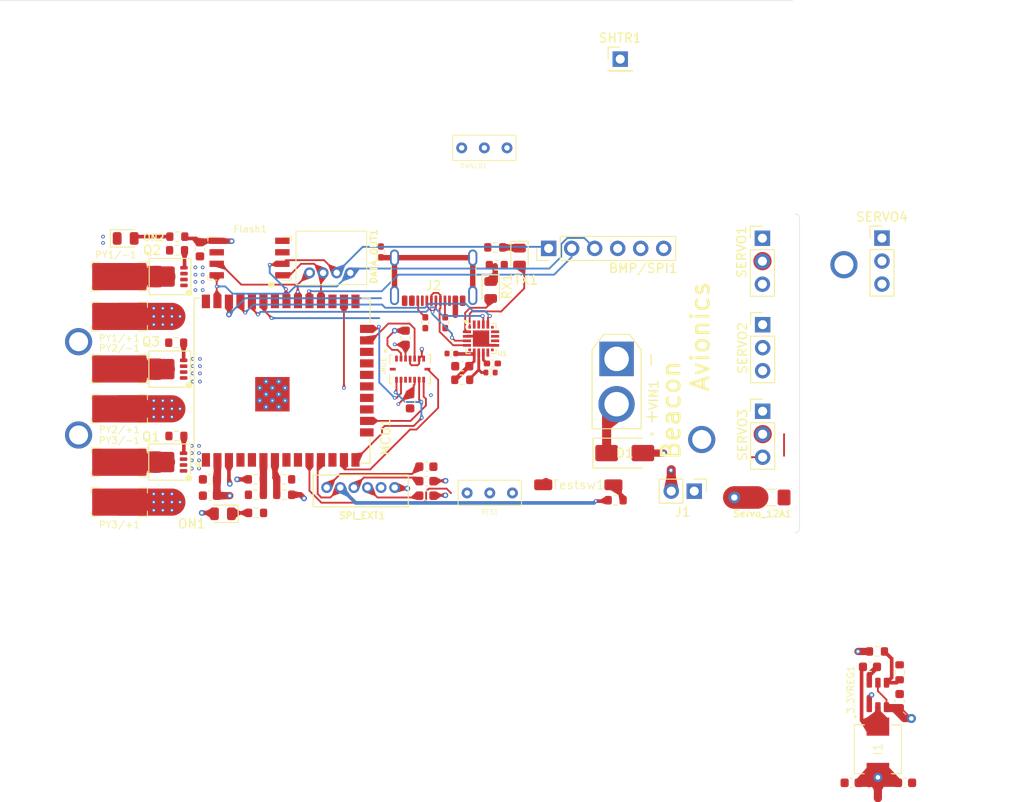
<source format=kicad_pcb>
(kicad_pcb (version 20240108) (generator "pcbnew") (generator_version "8.0")
  (layers (0 "F.Cu" signal) (1 "In1.Cu" signal) (2 "In2.Cu" signal) (31 "B.Cu" power) (34 "B.Paste" user) (35 "F.Paste" user) (36 "B.SilkS" user "B.Silkscreen") (37 "F.SilkS" user "F.Silkscreen") (38 "B.Mask" user) (39 "F.Mask" user) (44 "Edge.Cuts" user))
  (net 0 "")
  (net 1 "7.4V_unfused")
  (net 2 "Net-(3.3VREG1-CB)")
  (net 3 "Net-(3.3VREG1-FB)")
  (net 4 "GND")
  (net 5 "Net-(3.3VREG1-SW)")
  (net 6 "CLK_SPI0")
  (net 7 "CS_SPI0")
  (net 8 "MISO_SPI0")
  (net 9 "3.3V")
  (net 10 "MOSI_SPI0")
  (net 11 "CS_FLASH")
  (net 12 "IO0")
  (net 14 "Mosfet2Gate")
  (net 15 "Mosfet3Gate")
  (net 16 "Mosfet1Gate")
  (net 19 "CS_ACCEL_IMU")
  (net 20 "MISO_IMU")
  (net 23 "CS_GYRO_IMU")
  (net 25 "MOSI_IMU")
  (net 27 "CLK_IMU")
  (net 28 "3.3V PIN")
  (net 29 "7.4V PIN")
  (net 32 "EN")
  (net 33 "RXtoUTX")
  (net 36 "CS_Magnetometer")
  (net 39 "TXtoURX")
  (net 44 "D+")
  (net 45 "Net-(ON1-K)")
  (net 46 "Net-(ON2-A)")
  (net 47 "TX")
  (net 48 "RX")
  (net 50 "7.4V_fused 12A")
  (net 51 "Servo1")
  (net 52 "CS_SPIEXT")
  (net 53 "Net-(RX1-K)")
  (net 54 "Net-(TX1-K)")
  (net 55 "Servo2")
  (net 56 "CLK_SPIEXT")
  (net 57 "MISO_SPIEXT")
  (net 58 "MOSI_SPIEXT")
  (net 59 "Servo3")
  (net 60 "USB5V")
  (net 61 "Net-(J2-CC2)")
  (net 62 "Net-(J2-CC1)")
  (net 63 "D-")
  (net 66 "Net-(J2-SHIELD)")
  (net 67 "Net-(PY1/-1-Pad1)")
  (net 68 "Net-(PY2/-1-Pad1)")
  (net 69 "Net-(PY3/-1-Pad1)")
  (net 70 "shutter")
  (net 71 "Net-(R12-Pad2)")
  (net 72 "Net-(U1-VBUS)")
  (net 73 "Net-(U1-~{RST})")
  (footprint "Buck_converters:YSPI0520-5R6M" (layer "F.Cu") (at 216.85 133.4 -90)
    (property "Reference" "I1")
    (property "Value" "5.6uH" (hide yes))
  )
  (footprint "Buck_converters:Pyro_pad" (layer "F.Cu") (at 133.1 95.81 -90)
    (property "Reference" "PY2/+1")
    (property "Value" "~")
  )
  (footprint "Resistor_SMD:R_0402_1005Metric_Pad0.72x0.64mm_HandSolder" (layer "F.Cu") (at 174.28491 90.805 180)
    (property "Reference" "R20" (hide yes))
    (property "Value" "1k" (hide yes))
  )
  (footprint "Resistor_SMD:R_0603_1608Metric" (layer "F.Cu") (at 151.3 105.3 180)
    (property "Reference" "R3" (hide yes))
    (property "Value" "3000" (hide yes))
  )
  (footprint "Capacitor_SMD:C_0603_1608Metric" (layer "F.Cu") (at 215.975 124.299 180)
    (property "Reference" "C4" (hide yes))
    (property "Value" "100nF" (hide yes))
  )
  (footprint "Buck_converters:SS12D00G3" (layer "F.Cu") (at 174 105.1)
    (property "Reference" "RES1")
    (property "Value" "~" (hide yes))
  )
  (footprint "LED_SMD:LED_0805_2012Metric" (layer "F.Cu") (at 177.28241 79.005 -90)
    (property "Reference" "TX1")
    (property "Value" "LED" (hide yes))
  )
  (footprint "Buck_converters:BMI088" (layer "F.Cu") (at 165.2 91.435)
    (property "Reference" "IMU1")
    (property "Value" "~")
  )
  (footprint "Capacitor_SMD:C_0603_1608Metric" (layer "F.Cu") (at 167 102.2 180)
    (property "Reference" "CLK1" (hide yes))
    (property "Value" "SolderJumper_2_Open" (hide yes))
  )
  (footprint "Connector_PinHeader_2.54mm:PinHeader_1x03_P2.54mm_Vertical" (layer "F.Cu") (at 204.125 86.52)
    (property "Reference" "SERVO2")
    (property "Value" "Conn_01x03" (hide yes))
  )
  (footprint "Resistor_SMD:R_0402_1005Metric_Pad0.72x0.64mm_HandSolder" (layer "F.Cu") (at 166.88241 86.305 -90)
    (property "Reference" "R10" (hide yes))
    (property "Value" "5.11k" (hide yes))
  )
  (footprint "Connector_PinHeader_2.54mm:PinHeader_1x03_P2.54mm_Vertical" (layer "F.Cu") (at 204.1 76.975)
    (property "Reference" "SERVO1")
    (property "Value" "Conn_01x03" (hide yes))
  )
  (footprint "Resistor_SMD:R_0402_1005Metric_Pad0.72x0.64mm_HandSolder" (layer "F.Cu") (at 161.98241 78.4875 -90)
    (property "Reference" "R13" (hide yes))
    (property "Value" "1M" (hide yes))
  )
  (footprint "Capacitor_SMD:C_0402_1005Metric" (layer "F.Cu") (at 169.76241 89.705)
    (property "Reference" "C10" (hide yes))
    (property "Value" "4.7uF" (hide yes))
  )
  (footprint "Resistor_SMD:R_0603_1608Metric" (layer "F.Cu") (at 148.2 107.3)
    (property "Reference" "R17" (hide yes))
    (property "Value" "400" (hide yes))
  )
  (footprint "Capacitor_SMD:C_0603_1608Metric" (layer "F.Cu") (at 219.25 128.075 90)
    (property "Reference" "C1" (hide yes))
    (property "Value" "2.2uF" (hide yes))
  )
  (footprint "Buck_converters:LMR41430XDDCR" (layer "F.Cu") (at 216.85 127.4 90)
    (property "Reference" "3.3VREG1")
    (property "Value" "LMR51430XDDCR" (hide yes))
  )
  (footprint "Connector_PinHeader_2.54mm:PinHeader_1x03_P2.54mm_Vertical" (layer "F.Cu") (at 217.3 76.96)
    (property "Reference" "SERVO4")
    (property "Value" "Conn_01x03")
  )
  (footprint "Resistor_SMD:R_0603_1608Metric" (layer "F.Cu") (at 219.25 124.9 90)
    (property "Reference" "R1" (hide yes))
    (property "Value" "22.1kΩ" (hide yes))
  )
  (footprint "RF_Module:ESP32-WROOM-32UE" (layer "F.Cu") (at 151.07 92.7 90)
    (property "Reference" "MCU1")
    (property "Value" "ESP32-WROOM-32UE-R2" (hide yes))
  )
  (footprint "PCM_Package_TO_SOT_SMD_AKL:LFPAK33" (layer "F.Cu") (at 138.665 91.43 180)
    (property "Reference" "Q3")
    (property "Value" "PSMN075-100MSE" (hide yes))
  )
  (footprint "Capacitor_SMD:C_0603_1608Metric" (layer "F.Cu") (at 142 78.2 90)
    (property "Reference" "C2" (hide yes))
    (property "Value" "100nF" (hide yes))
  )
  (footprint "Capacitor_SMD:C_0603_1608Metric" (layer "F.Cu") (at 164.698821 87.958821 -90)
    (property "Reference" "C3" (hide yes))
    (property "Value" "100nF" (hide yes))
  )
  (footprint "Resistor_SMD:R_0603_1608Metric" (layer "F.Cu") (at 170.95741 92.605)
    (property "Reference" "R19" (hide yes))
    (property "Value" "22.1kΩ" (hide yes))
  )
  (footprint "Resistor_SMD:R_0603_1608Metric" (layer "F.Cu") (at 139.4 98.81)
    (property "Reference" "R7" (hide yes))
    (property "Value" "5K" (hide yes))
  )
  (footprint "LED_SMD:LED_0805_2012Metric" (layer "F.Cu") (at 144.5375 107.4 180)
    (property "Reference" "ON1")
    (property "Value" "LED" (hide yes))
  )
  (footprint "PCM_Package_TO_SOT_SMD_AKL:LFPAK33" (layer "F.Cu") (at 138.65 101.69 180)
    (property "Reference" "Q1")
    (property "Value" "PSMN075-100MSE" (hide yes))
  )
  (footprint "Connector_PinHeader_2.54mm:PinHeader_1x01_P2.54mm_Vertical" (layer "F.Cu") (at 188.4 57.2)
    (property "Reference" "SHTR1")
    (property "Value" "Conn_01x01")
  )
  (footprint "Resistor_SMD:R_0402_1005Metric_Pad0.72x0.64mm_HandSolder" (layer "F.Cu") (at 169.08 86.305 -90)
    (property "Reference" "R11" (hide yes))
    (property "Value" "5.11k" (hide yes))
  )
  (footprint "LED_SMD:LED_0805_2012Metric" (layer "F.Cu") (at 133.8 77)
    (property "Reference" "ON2")
    (property "Value" "LED")
  )
  (footprint "Buck_converters:MX25L25645G" (layer "F.Cu") (at 147.475 79.8 180)
    (property "Reference" "Flash1")
    (property "Value" "~")
  )
  (footprint "Resistor_SMD:R_0603_1608Metric" (layer "F.Cu") (at 148.175 105.3 180)
    (property "Reference" "R6" (hide yes))
    (property "Value" "10k")
  )
  (footprint "Capacitor_SMD:C_0603_1608Metric" (layer "F.Cu") (at 165.198821 94.983821 90)
    (property "Reference" "C7" (hide yes))
    (property "Value" "100nF" (hide yes))
  )
  (footprint "Buck_converters:Pyro_pad" (layer "F.Cu") (at 133.1 106.11 -90)
    (property "Reference" "PY3/+1")
    (property "Value" "~")
  )
  (footprint "Capacitor_SMD:C_0603_1608Metric" (layer "F.Cu") (at 143.1 103.6)
    (property "Reference" "C9" (hide yes))
    (property "Value" "22uF" (hide yes))
  )
  (footprint "Connector_AMASS:AMASS_XT30U-F_1x02_P5.0mm_Vertical" (layer "F.Cu") (at 188 90.3 -90)
    (property "Reference" "VIN1")
    (property "Value" "XT30U-M" (hide yes))
  )
  (footprint "Package_DFN_QFN:SiliconLabs_QFN-20-1EP_3x3mm_P0.5mm_EP1.8x1.8mm" (layer "F.Cu") (at 173.03241 88.055)
    (property "Reference" "U1")
    (property "Value" "CP2102N-Axx-xQFN20" (hide yes))
  )
  (footprint "Resistor_SMD:R_0603_1608Metric" (layer "F.Cu") (at 187.9 105.9)
    (property "Reference" "R12" (hide yes))
    (property "Value" "10k" (hide yes))
  )
  (footprint "Connector_PinHeader_2.54mm:PinHeader_1x02_P2.54mm_Vertical" (layer "F.Cu") (at 196.575 104.9 -90)
    (property "Reference" "J1")
    (property "Value" "Conn_01x02" (hide yes))
  )
  (footprint "Capacitor_SMD:C_0603_1608Metric" (layer "F.Cu") (at 167 105.4 180)
    (property "Reference" "MOSI1" (hide yes))
    (property "Value" "SolderJumper_2_Open" (hide yes))
  )
  (footprint "Capacitor_SMD:C_0603_1608Metric" (layer "F.Cu") (at 213.95 137.1)
    (property "Reference" "C6" (hide yes))
    (property "Value" "22uF" (hide yes))
  )
  (footprint "Buck_converters:B4B-ZR-S" (layer "F.Cu") (at 149.6 79.5)
    (property "Reference" "DATA_OUT1")
    (property "Value" "Conn_01x04" (hide yes))
  )
  (footprint "Resistor_SMD:R_0603_1608Metric" (layer "F.Cu") (at 139.375 88.51)
    (property "Reference" "R9" (hide yes))
    (property "Value" "5K" (hide yes))
  )
  (footprint "Buck_converters:TSB008" (layer "F.Cu") (at 183.775 104.2 180)
    (property "Reference" "Testsw1")
    (property "Value" "TSB008A2526A" (hide yes))
  )
  (footprint "LED_SMD:LED_0805_2012Metric" (layer "F.Cu") (at 174.1 82.69 -90)
    (property "Reference" "RX1")
    (property "Value" "LED" (hide yes))
  )
  (footprint "Resistor_SMD:R_0603_1608Metric" (layer "F.Cu") (at 139.5 76.8 180)
    (property "Reference" "R14" (hide yes))
    (property "Value" "600" (hide yes))
  )
  (footprint "Connector_PinHeader_2.54mm:PinHeader_1x06_P2.54mm_Vertical" (layer "F.Cu") (at 180.5 78.1 90)
    (property "Reference" "BMP/SPI1")
    (property "Value" "BMP/SPI" (hide yes))
  )
  (footprint "Buck_converters:Pyro_pad" (layer "F.Cu") (at 133.1 81.21 -90)
    (property "Reference" "PY1/-1")
    (property "Value" "~")
  )
  (footprint "Resistor_SMD:R_0603_1608Metric" (layer "F.Cu") (at 174.775 79.9525)
    (property "Reference" "R16" (hide yes))
    (property "Value" "400" (hide yes))
  )
  (footprint "Buck_converters:Pyro_pad" (layer "F.Cu") (at 133.1 101.71 -90)
    (property "Reference" "PY3/-1")
    (property "Value" "~")
  )
  (footprint "Capacitor_SMD:C_0603_1608Metric" (layer "F.Cu") (at 219.85 137.1 180)
    (property "Reference" "C5" (hide yes))
    (property "Value" "22uF" (hide yes))
  )
  (footprint "PCM_Package_TO_SOT_SMD_AKL:LFPAK33" (layer "F.Cu") (at 138.7 81.21 180)
    (property "Reference" "Q2")
    (property "Value" "PSMN075-100MSE" (hide yes))
  )
  (footprint "Resistor_SMD:R_0603_1608Metric" (layer "F.Cu") (at 139.475 78.31)
    (property "Reference" "R8" (hide yes))
    (property "Value" "5K" (hide yes))
  )
  (footprint "Connector_PinHeader_2.54mm:PinHeader_1x03_P2.54mm_Vertical" (layer "F.Cu") (at 204.125 96.075)
    (property "Reference" "SERVO3")
    (property "Value" "Conn_01x03" (hide yes))
  )
  (footprint "Buck_converters:SS12D00G3" (layer "F.Cu") (at 173.4 67)
    (property "Reference" "DWNLD1")
    (property "Value" "~" (hide yes))
  )
  (footprint "Diode_SMD:D_SMA" (layer "F.Cu") (at 188.9 100.7)
    (property "Reference" "D1")
    (property "Value" "SS38" (hide yes))
  )
  (footprint "Resistor_SMD:R_0603_1608Metric" (layer "F.Cu") (at 148.175 103.6)
    (property "Reference" "R4" (hide yes))
    (property "Value" "15k" (hide yes))
  )
  (footprint "Resistor_SMD:R_0603_1608Metric" (layer "F.Cu") (at 174.6 77.99 180)
    (property "Reference" "R15" (hide yes))
    (property "Value" "400" (hide yes))
  )
  (footprint "Buck_converters:Pyro_pad" (layer "F.Cu") (at 133.1 91.41 90)
    (property "Reference" "PY2/-1")
    (property "Value" "~")
  )
  (footprint "Resistor_SMD:R_0603_1608Metric" (layer "F.Cu") (at 151.3 103.6)
    (property "Reference" "R5" (hide yes))
    (property "Value" "10k" (hide yes))
  )
  (footprint "Resistor_SMD:R_0402_1005Metric" (layer "F.Cu") (at 174.08241 91.805)
    (property "Reference" "R18" (hide yes))
    (property "Value" "47.5k" (hide yes))
  )
  (footprint "Resistor_SMD:R_0603_1608Metric" (layer "F.Cu") (at 216.75 122.6)
    (property "Reference" "R2" (hide yes))
    (property "Value" "100kΩ" (hide yes))
  )
  (footprint "Capacitor_SMD:C_0603_1608Metric" (layer "F.Cu") (at 167 103.8 180)
    (property "Reference" "MISO1" (hide yes))
    (property "Value" "SolderJumper_2_Open" (hide yes))
  )
  (footprint "Fuse:Fuse_1206_3216Metric_Pad1.42x1.75mm_HandSolder" (layer "F.Cu") (at 205 105.6)
    (property "Reference" "Servo_12A1")
    (property "Value" "Fuse")
  )
  (footprint "Connector_USB:USB_C_Receptacle_GCT_USB4105-xx-A_16P_TopMnt_Horizontal" (layer "F.Cu") (at 167.8 80.2 180)
    (property "Reference" "J2")
    (property "Value" "USB_C_Receptacle_USB2.0_16P" (hide yes))
  )
  (footprint "Buck_converters:Pyro_pad" (layer "F.Cu") (at 133.1 85.61 -90)
    (property "Reference" "PY1/+1")
    (property "Value" "~")
  )
  (footprint "Buck_converters:B6B-ZR-T" (layer "F.Cu") (at 154.5 105.33)
    (property "Reference" "SPI_EXT1")
    (property "Value" "Conn_01x06" (hide yes))
  )
  (footprint "Capacitor_SMD:C_0603_1608Metric" (layer "F.Cu") (at 170.95741 91.105)
    (property "Reference" "C11" (hide yes))
    (property "Value" "100nF" (hide yes))
  )
  (footprint "Capacitor_SMD:C_0603_1608Metric" (layer "F.Cu") (at 143.1 105.4 180)
    (property "Reference" "C8" (hide yes))
    (property "Value" "0.2uF" (hide yes))
  )
  (gr_circle (center 191.9 98.6) (end 192 98.5) (stroke (width 0.1)) (fill none) (layer "F.SilkS"))
  (gr_circle (center 214.35 129.8) (end 214.45 129.8) (stroke (width 0.1)) (fill none) (layer "F.SilkS"))
  (gr_line (start 207.45 50.7) (end 119.95 50.7) (stroke (width 0.05)) (layer "Edge.Cuts"))
  (gr_arc (start 207.7 74.3) (mid 208.053553 74.446447) (end 208.2 74.8) (stroke (width 0.05)) (layer "Edge.Cuts"))
  (gr_arc (start 208.2 109) (mid 208.053553 109.353553) (end 207.7 109.5) (stroke (width 0.05)) (layer "Edge.Cuts"))
  (gr_line (start 208.2 109) (end 208.2 74.8) (stroke (width 0.05)) (layer "Edge.Cuts"))
  (gr_text "Beacon\n	Avionics" (at 198.4 101.6 90) (layer "F.SilkS") (effects (font (size 2 2) (thickness 0.3)) (justify left bottom)))
  (segment (start 133.1 85.61) (end 138.9 85.61) (width 3) (layer "F.Cu") (net 1))
  (segment (start 133.1 106.11) (end 138.9 106.11) (width 3) (layer "F.Cu") (net 1))
  (segment (start 218.65 128.9) (end 219.75 130) (width 0.8) (layer "F.Cu") (net 1))
  (segment (start 219.75 130) (end 220.55 130) (width 0.8) (layer "F.Cu") (net 1))
  (segment (start 201 105.6) (end 203.5125 105.6) (width 2.5) (layer "F.Cu") (net 1))
  (segment (start 219.4 128.85) (end 220.55 130) (width 0.2) (layer "F.Cu") (net 1))
  (segment (start 216.85 126.05) (end 216.85 126.971353) (width 0.2) (layer "F.Cu") (net 1))
  (segment (start 219.25 128.9) (end 218.65 128.9) (width 0.8) (layer "F.Cu") (net 1))
  (segment (start 217.8 127.921353) (end 217.8 128.75) (width 0.2) (layer "F.Cu") (net 1))
  (segment (start 147.35 103.6) (end 146.1 103.6) (width 0.4) (layer "F.Cu") (net 1))
  (segment (start 219.25 128.85) (end 219.2 128.85) (width 0.2) (layer "F.Cu") (net 1))
  (segment (start 186.9 100.7) (end 186.9 96.4) (width 1) (layer "F.Cu") (net 1))
  (segment (start 216.85 126.971353) (end 217.8 127.921353) (width 0.2) (layer "F.Cu") (net 1))
  (segment (start 186.9 96.4) (end 188 95.3) (width 0.2) (layer "F.Cu") (net 1))
  (segment (start 133.1 95.81) (end 138.9 95.81) (width 3) (layer "F.Cu") (net 1))
  (segment (start 218.85 128.5) (end 217.95 128.5) (width 0.2) (layer "F.Cu") (net 1))
  (segment (start 219.25 128.85) (end 219.4 128.85) (width 0.2) (layer "F.Cu") (net 1))
  (segment (start 217.95 128.9) (end 217.8 128.75) (width 0.2) (layer "F.Cu") (net 1))
  (segment (start 218.65 128.9) (end 217.95 128.9) (width 0.8) (layer "F.Cu") (net 1))
  (segment (start 219.2 128.85) (end 218.85 128.5) (width 0.2) (layer "F.Cu") (net 1))
  (via (at 138.9 96.71) (size 0.4) (drill 0.2) (layers "F.Cu" "B.Cu") (net 1))
  (via (at 137.9 106.11) (size 0.4) (drill 0.2) (layers "F.Cu" "B.Cu") (net 1))
  (via (at 136.9 105.21) (size 0.4) (drill 0.2) (layers "F.Cu" "B.Cu") (net 1))
  (via (at 220.55 130) (size 1) (drill 0.5) (layers "F.Cu" "B.Cu") (net 1))
  (via (at 136.9 107.01) (size 0.4) (drill 0.2) (layers "F.Cu" "B.Cu") (net 1))
  (via (at 136.9 95.81) (size 0.4) (drill 0.2) (layers "F.Cu" "B.Cu") (net 1))
  (via (at 136.9 106.11) (size 0.4) (drill 0.2) (layers "F.Cu" "B.Cu") (net 1))
  (via (at 139.8 85.61) (size 0.4) (drill 0.2) (layers "F.Cu" "B.Cu") (net 1))
  (via (at 138.9 106.11) (size 0.4) (drill 0.2) (layers "F.Cu" "B.Cu") (net 1))
  (via (at 138.9 95.81) (size 0.4) (drill 0.2) (layers "F.Cu" "B.Cu") (net 1))
  (via (at 138.9 84.71) (size 0.4) (drill 0.2) (layers "F.Cu" "B.Cu") (net 1))
  (via (at 137.9 105.21) (size 0.4) (drill 0.2) (layers "F.Cu" "B.Cu") (net 1))
  (via (at 136.9 84.71) (size 0.4) (drill 0.2) (layers "F.Cu" "B.Cu") (net 1))
  (via (at 137.9 94.91) (size 0.4) (drill 0.2) (layers "F.Cu" "B.Cu") (net 1))
  (via (at 137.9 84.71) (size 0.4) (drill 0.2) (layers "F.Cu" "B.Cu") (net 1))
  (via (at 139.8 106.11) (size 0.4) (drill 0.2) (layers "F.Cu" "B.Cu") (net 1))
  (via (at 136.9 86.51) (size 0.4) (drill 0.2) (layers "F.Cu" "B.Cu") (net 1))
  (via (at 139.8 95.81) (size 0.4) (drill 0.2) (layers "F.Cu" "B.Cu") (net 1))
  (via (at 136.9 85.61) (size 0.4) (drill 0.2) (layers "F.Cu" "B.Cu") (net 1))
  (via (at 138.9 107.01) (size 0.4) (drill 0.2) (layers "F.Cu" "B.Cu") (net 1))
  (via (at 201 105.6) (size 1.3) (drill 0.7) (layers "F.Cu" "B.Cu") (net 1))
  (via (at 136.9 94.91) (size 0.4) (drill 0.2) (layers "F.Cu" "B.Cu") (net 1))
  (via (at 146.1 103.6) (size 0.62) (drill 0.32) (layers "F.Cu" "B.Cu") (net 1))
  (via (at 138.9 86.51) (size 0.4) (drill 0.2) (layers "F.Cu" "B.Cu") (net 1))
  (via (at 138.9 94.91) (size 0.4) (drill 0.2) (layers "F.Cu" "B.Cu") (net 1))
  (via (at 138.9 105.21) (size 0.4) (drill 0.2) (layers "F.Cu" "B.Cu") (net 1))
  (via (at 136.9 96.71) (size 0.4) (drill 0.2) (layers "F.Cu" "B.Cu") (net 1))
  (via (at 137.9 86.51) (size 0.4) (drill 0.2) (layers "F.Cu" "B.Cu") (net 1))
  (via (at 137.9 95.81) (size 0.4) (drill 0.2) (layers "F.Cu" "B.Cu") (net 1))
  (via (at 138.9 85.61) (size 0.4) (drill 0.2) (layers "F.Cu" "B.Cu") (net 1))
  (via (at 137.9 85.61) (size 0.4) (drill 0.2) (layers "F.Cu" "B.Cu") (net 1))
  (via (at 137.9 96.71) (size 0.4) (drill 0.2) (layers "F.Cu" "B.Cu") (net 1))
  (via (at 137.9 107.01) (size 0.4) (drill 0.2) (layers "F.Cu" "B.Cu") (net 1))
  (segment (start 215.9 125.149) (end 215.9 126.05) (width 0.6) (layer "F.Cu") (net 2))
  (segment (start 216.75 124.299) (end 215.9 125.149) (width 0.6) (layer "F.Cu") (net 2))
  (segment (start 218.375 125.475) (end 218.375 123.4) (width 0.4) (layer "F.Cu") (net 3))
  (segment (start 218.925 126.05) (end 219.25 125.725) (width 0.4) (layer "F.Cu") (net 3))
  (segment (start 218.375 123.4) (end 217.575 122.6) (width 0.4) (layer "F.Cu") (net 3))
  (segment (start 217.8 126.05) (end 218.925 126.05) (width 0.4) (layer "F.Cu") (net 3))
  (segment (start 217.8 126.05) (end 218.375 125.475) (width 0.4) (layer "F.Cu") (net 3))
  (segment (start 166.7 90.17) (end 166.5 89.97) (width 0.2) (layer "F.Cu") (net 4))
  (segment (start 162.7 87.983821) (end 163.5 87.183821) (width 0.2) (layer "F.Cu") (net 4))
  (segment (start 165.365 91) (end 166.032642 91) (width 0.2) (layer "F.Cu") (net 4))
  (segment (start 165.198821 90.833821) (end 165.365 91) (width 0.2) (layer "F.Cu") (net 4))
  (segment (start 164.698821 87.183821) (end 163.5 87.183821) (width 0.4) (layer "F.Cu") (net 4))
  (segment (start 166.032642 91) (end 166.2 90.832642) (width 0.2) (layer "F.Cu") (net 4))
  (segment (start 162.7 88.8) (end 162.7 87.983821) (width 0.2) (layer "F.Cu") (net 4))
  (segment (start 215.9 128.75) (end 215.9 127.65) (width 0.6) (layer "F.Cu") (net 4))
  (segment (start 164.198821 90.258821) (end 164.198821 89.683821) (width 0.2) (layer "F.Cu") (net 4))
  (segment (start 163.6 104.6) (end 163.5 104.5) (width 0.2) (layer "F.Cu") (net 4))
  (segment (start 165.198821 90.258821) (end 165.198821 90.833821) (width 0.2) (layer "F.Cu") (net 4))
  (segment (start 164.198821 89.683821) (end 163.815 89.3) (width 0.2) (layer "F.Cu") (net 4))
  (segment (start 166.2 90.832642) (end 166.2 90.27) (width 0.2) (layer "F.Cu") (net 4))
  (segment (start 194.035 104.9) (end 194.035 102.535) (width 1) (layer "F.Cu") (net 4))
  (segment (start 174.6 88.79) (end 173.8 88.79) (width 0.3) (layer "F.Cu") (net 4))
  (segment (start 163.2 89.3) (end 162.7 88.8) (width 0.2) (layer "F.Cu") (net 4))
  (segment (start 166.5 89.97) (end 166.2 90.27) (width 0.2) (layer "F.Cu") (net 4))
  (segment (start 164.9 104.6) (end 163.6 104.6) (width 0.4) (layer "F.Cu") (net 4))
  (segment (start 171.5 87.79) (end 172.8 87.79) (width 0.3) (layer "F.Cu") (net 4))
  (segment (start 215.9 127.65) (end 216.15 127.4) (width 0.2) (layer "F.Cu") (net 4))
  (segment (start 163.815 89.3) (end 163.2 89.3) (width 0.2) (layer "F.Cu") (net 4))
  (segment (start 166.5 89.2) (end 166.5 89.97) (width 0.2) (layer "F.Cu") (net 4))
  (segment (start 166.7 90.27) (end 166.7 90.17) (width 0.2) (layer "F.Cu") (net 4))
  (via (at 141.9 99.9) (size 0.4) (drill 0.2) (layers "F.Cu" "B.Cu") (net 4))
  (via (at 141.5 82.7) (size 0.4) (drill 0.2) (layers "F.Cu" "B.Cu") (net 4))
  (via (at 163.5 87.183821) (size 0.62) (drill 0.32) (layers "F.Cu" "B.Cu") (net 4))
  (via (at 167.5 94.3) (size 0.4) (drill 0.2) (layers "F.Cu" "B.Cu") (net 4))
  (via (at 142.3 81.8) (size 0.4) (drill 0.2) (layers "F.Cu" "B.Cu") (net 4))
  (via (at 131.3 77.5) (size 0.4) (drill 0.2) (layers "F.Cu" "B.Cu") (net 4))
  (via (at 141.1 101.5) (size 0.4) (drill 0.2) (layers "F.Cu" "B.Cu") (net 4))
  (via (at 128.6 88.4) (size 3) (drill 2.1) (layers "F.Cu" "B.Cu") (net 4))
  (via (at 194 102.6) (size 0.62) (drill 0.32) (layers "F.Cu" "B.Cu") (net 4))
  (via (at 141.5 81) (size 0.4) (drill 0.2) (layers "F.Cu" "B.Cu") (net 4))
  (via (at 142 92.8) (size 0.4) (drill 0.2) (layers "F.Cu" "B.Cu") (net 4))
  (via (at 197.4 99.2) (size 3) (drill 2.1) (layers "F.Cu" "B.Cu") (net 4))
  (via (at 142.3 81) (size 0.4) (drill 0.2) (layers "F.Cu" "B.Cu") (net 4))
  (via (at 141.1 102.4) (size 0.4) (drill 0.2) (layers "F.Cu" "B.Cu") (net 4))
  (via (at 166.5 89.2) (size 0.45) (drill 0.25) (layers "F.Cu" "B.Cu") (net 4))
  (via (at 141.1 100.7) (size 0.4) (drill 0.2) (layers "F.Cu" "B.Cu") (net 4))
  (via (at 142 90.3) (size 0.4) (drill 0.2) (layers "F.Cu" "B.Cu") (net 4))
  (via (at 141.9 100.7) (size 0.4) (drill 0.2) (layers "F.Cu" "B.Cu") (net 4))
  (via (at 141.9 102.4) (size 0.4) (drill 0.2) (layers "F.Cu" "B.Cu") (net 4))
  (via (at 142.3 82.7) (size 0.4) (drill 0.2) (layers "F.Cu" "B.Cu") (net 4))
  (via (at 141.5 80.2) (size 0.4) (drill 0.2) (layers "F.Cu" "B.Cu") (net 4))
  (via (at 213.1 79.9) (size 3) (drill 2.1) (layers "F.Cu" "B.Cu") (net 4))
  (via (at 141.2 90.3) (size 0.4) (drill 0.2) (layers "F.Cu" "B.Cu") (net 4))
  (via (at 142.3 80.2) (size 0.4) (drill 0.2) (layers "F.Cu" "B.Cu") (net 4))
  (via (at 164.9 104.6) (size 0.62) (drill 0.32) (layers "F.Cu" "B.Cu") (net 4))
  (via (at 141.5 81.8) (size 0.4) (drill 0.2) (layers "F.Cu" "B.Cu") (net 4))
  (via (at 141.2 92.8) (size 0.4) (drill 0.2) (layers "F.Cu" "B.Cu") (net 4))
  (via (at 141.2 91.1) (size 0.4) (drill 0.2) (layers "F.Cu" "B.Cu") (net 4))
  (via (at 141.2 91.9) (size 0.4) (drill 0.2) (layers "F.Cu" "B.Cu") (net 4))
  (via (at 216.15 127.4) (size 0.6) (drill 0.3) (layers "F.Cu" "B.Cu") (net 4))
  (via (at 141.1 99.9) (size 0.4) (drill 0.2) (layers "F.Cu" "B.Cu") (net 4))
  (via (at 142 91.1) (size 0.4) (drill 0.2) (layers "F.Cu" "B.Cu") (net 4))
  (via (at 131.3 76.8) (size 0.4) (drill 0.2) (layers "F.Cu" "B.Cu") (net 4))
  (via (at 142 91.9) (size 0.4) (drill 0.2) (layers "F.Cu" "B.Cu") (net 4))
  (via (at 141.9 101.5) (size 0.4) (drill 0.2) (layers "F.Cu" "B.Cu") (net 4))
  (via (at 128.6 98.7) (size 3) (drill 2.1) (layers "F.Cu" "B.Cu") (net 4))
  (segment (start 216.85 129.3) (end 216.85 130.9) (width 0.6) (layer "F.Cu") (net 5))
  (segment (start 215.75 130.9) (end 216.85 130.9) (width 0.2) (layer "F.Cu") (net 5))
  (segment (start 215.05 124.449) (end 215.05 130.2) (width 0.4) (layer "F.Cu") (net 5))
  (segment (start 215.05 130.2) (end 215.2 130.35) (width 0.4) (layer "F.Cu") (net 5))
  (segment (start 215.2 130.35) (end 215.75 130.9) (width 0.2) (layer "F.Cu") (net 5))
  (segment (start 216.85 129.3) (end 215.95 130.2) (width 0.6) (layer "F.Cu") (net 5))
  (segment (start 217.75 130.2) (end 217.75 130.7) (width 0.6) (layer "F.Cu") (net 5))
  (segment (start 216.85 129.3) (end 217.75 130.2) (width 0.6) (layer "F.Cu") (net 5))
  (segment (start 215.95 130.2) (end 215.95 130.6) (width 0.6) (layer "F.Cu") (net 5))
  (segment (start 216.85 128.75) (end 216.85 129.3) (width 0.6) (layer "F.Cu") (net 5))
  (segment (start 215.2 124.299) (end 215.05 124.449) (width 0.4) (layer "F.Cu") (net 5))
  (segment (start 152.8 83.93) (end 152.82 83.95) (width 0.4) (layer "F.Cu") (net 6))
  (segment (start 152.8 82.9) (end 152.8 82.1) (width 0.2) (layer "F.Cu") (net 6))
  (segment (start 144.25662 79.8) (end 143.85 79.8) (width 0.4) (layer "F.Cu") (net 6))
  (segment (start 152.8 82.1) (end 146.55662 82.1) (width 0.2) (layer "F.Cu") (net 6))
  (segment (start 146.55662 82.1) (end 144.25662 79.8) (width 0.2) (layer "F.Cu") (net 6))
  (segment (start 152.8 82.9) (end 152.8 83.93) (width 0.4) (layer "F.Cu") (net 6))
  (segment (start 152.8 82.1) (end 154.1 80.8) (width 0.2) (layer "F.Cu") (net 6))
  (segment (start 167.875 102.1) (end 167.775 102.2) (width 0.2) (layer "F.Cu") (net 6))
  (via (at 152.8 82.9) (size 0.4) (drill 0.2) (layers "F.Cu" "B.Cu") (net 6))
  (segment (start 154.09 83.95) (end 154.09 82.91) (width 0.2) (layer "F.Cu") (net 7))
  (segment (start 154.09 82.91) (end 154.1 82.9) (width 0.2) (layer "F.Cu") (net 7))
  (via (at 154.02929 82.82929) (size 0.4) (drill 0.2) (layers "F.Cu" "B.Cu") (net 7))
  (segment (start 181.1 81) (end 163.9 81) (width 0.2) (layer "B.Cu") (net 7))
  (segment (start 163.9 81) (end 162.07071 82.82929) (width 0.2) (layer "B.Cu") (net 7))
  (segment (start 183.04 79.06) (end 181.1 81) (width 0.2) (layer "B.Cu") (net 7))
  (segment (start 183.04 78.1) (end 183.04 79.06) (width 0.2) (layer "B.Cu") (net 7))
  (segment (start 162.07071 82.82929) (end 154.02929 82.82929) (width 0.2) (layer "B.Cu") (net 7))
  (segment (start 151.5 79.4) (end 155.7 79.4) (width 0.2) (layer "F.Cu") (net 8))
  (segment (start 151 79.9) (end 151.1 79.8) (width 0.2) (layer "F.Cu") (net 8))
  (segment (start 151.1 79.8) (end 151.5 79.4) (width 0.2) (layer "F.Cu") (net 8))
  (segment (start 167.81825 103.75675) (end 167.775 103.8) (width 0.2) (layer "F.Cu") (net 8))
  (segment (start 155.7 79.4) (end 157.1 80.8) (width 0.2) (layer "F.Cu") (net 8))
  (segment (start 169.12 103.75675) (end 167.81825 103.75675) (width 0.2) (layer "F.Cu") (net 8))
  (segment (start 149.7 79.9) (end 151 79.9) (width 0.2) (layer "F.Cu") (net 8))
  (segment (start 151.5 83.9) (end 151.55 83.95) (width 0.2) (layer "F.Cu") (net 8))
  (segment (start 151.5 82.6) (end 151.5 83.9) (width 0.2) (layer "F.Cu") (net 8))
  (via (at 151.5 82.6) (size 0.4) (drill 0.2) (layers "F.Cu" "B.Cu") (net 8))
  (via (at 169.12 103.75675) (size 0.62) (drill 0.32) (layers "F.Cu" "B.Cu") (net 8))
  (via (at 149.7 79.9) (size 0.4) (drill 0.2) (layers "F.Cu" "B.Cu") (net 8))
  (segment (start 149.7 80.8) (end 151.5 82.6) (width 0.2) (layer "B.Cu") (net 8))
  (segment (start 159.975 77.925) (end 157.1 80.8) (width 0.2) (layer "B.Cu") (net 8))
  (segment (start 149.7 79.9) (end 149.7 80.8) (width 0.2) (layer "B.Cu") (net 8))
  (segment (start 180.5 78.1) (end 180.325 77.925) (width 0.2) (layer "B.Cu") (net 8))
  (segment (start 180.325 77.925) (end 159.975 77.925) (width 0.2) (layer "B.Cu") (net 8))
  (segment (start 143.85 77.26) (end 142.165 77.26) (width 0.5) (layer "F.Cu") (net 9))
  (segment (start 165.198821 94.208821) (end 164.991179 94.208821) (width 0.2) (layer "F.Cu") (net 9))
  (segment (start 143.875 103.6) (end 143.875 105.4) (width 0.8) (layer "F.Cu") (net 9))
  (segment (start 143.875 105.4) (end 145.3 105.4) (width 0.8) (layer "F.Cu") (net 9))
  (segment (start 215.85 137.1) (end 215.9 137.15) (width 0.9) (layer "F.Cu") (net 9))
  (segment (start 143.89 77.3) (end 143.85 77.26) (width 0.2) (layer "F.Cu") (net 9))
  (segment (start 163.533821 88.733821) (end 164.698821 88.733821) (width 0.2) (layer "F.Cu") (net 9))
  (segment (start 216.85 136.5) (end 216.85 137.1) (width 0.9) (layer "F.Cu") (net 9))
  (segment (start 215.925 122.6) (end 214.65 122.6) (width 0.8) (layer "F.Cu") (net 9))
  (segment (start 165.198821 94.208821) (end 165.198821 94.458821) (width 0.2) (layer "F.Cu") (net 9))
  (segment (start 142 77.425) (end 141.575 77) (width 0.4) (layer "F.Cu") (net 9))
  (segment (start 216.85 135.9) (end 216.85 136.5) (width 0.9) (layer "F.Cu") (net 9))
  (segment (start 218.475 136.5) (end 217.45 136.5) (width 0.9) (layer "F.Cu") (net 9))
  (segment (start 164.698821 88.733821) (end 164.698821 90.258821) (width 0.2) (layer "F.Cu") (net 9))
  (segment (start 164.991179 94.208821) (end 163.9 95.3) (width 0.2) (layer "F.Cu") (net 9))
  (segment (start 216.85 137.1) (end 219.075 137.1) (width 0.9) (layer "F.Cu") (net 9))
  (segment (start 142.165 77.26) (end 142 77.425) (width 0.2) (layer "F.Cu") (net 9))
  (segment (start 165.698821 92.588821) (end 165.698821 93.115) (width 0.2) (layer "F.Cu") (net 9))
  (segment (start 214.725 137.1) (end 215.85 137.1) (width 0.9) (layer "F.Cu") (net 9))
  (segment (start 143.83 103.555) (end 143.875 103.6) (width 0.2) (layer "F.Cu") (net 9))
  (segment (start 163.5 88.7) (end 163.533821 88.733821) (width 0.2) (layer "F.Cu") (net 9))
  (segment (start 145.5 77.3) (end 143.89 77.3) (width 0.6) (layer "F.Cu") (net 9))
  (segment (start 141.575 77) (end 140.525 77) (width 0.4) (layer "F.Cu") (net 9))
  (segment (start 165.6 93.213821) (end 165.6 93.807642) (width 0.2) (layer "F.Cu") (net 9))
  (segment (start 216.85 136.5) (end 216.85 138.8) (width 0.9) (layer "F.Cu") (net 9))
  (segment (start 165.6 93.807642) (end 165.198821 94.208821) (width 0.2) (layer "F.Cu") (net 9))
  (segment (start 217.45 136.5) (end 216.85 135.9) (width 0.9) (layer "F.Cu") (net 9))
  (segment (start 216.85 136.1) (end 215.85 137.1) (width 0.9) (layer "F.Cu") (net 9))
  (segment (start 214.725 137.1) (end 215.325 136.5) (width 0.9) (layer "F.Cu") (net 9))
  (segment (start 153.1 105.3) (end 153.5 105.7) (width 0.6) (layer "F.Cu") (net 9))
  (segment (start 216.85 135.9) (end 216.85 136.1) (width 0.9) (layer "F.Cu") (net 9))
  (segment (start 140.525 77) (end 140.325 76.8) (width 0.4) (layer "F.Cu") (net 9))
  (segment (start 216.25 136.5) (end 216.85 135.9) (width 0.9) (layer "F.Cu") (net 9))
  (segment (start 215.85 137.1) (end 216.85 137.1) (width 0.9) (layer "F.Cu") (net 9))
  (segment (start 143.93 101.45) (end 143.93 103.555) (width 0.8) (layer "F.Cu") (net 9))
  (segment (start 180.2 103.9) (end 179.9 104.2) (width 0.9) (layer "F.Cu") (net 9))
  (segment (start 215.325 136.5) (end 216.25 136.5) (width 0.9) (layer "F.Cu") (net 9))
  (segment (start 152.125 105.3) (end 153.1 105.3) (width 0.6) (layer "F.Cu") (net 9))
  (segment (start 165.698821 93.115) (end 165.6 93.213821) (width 0.2) (layer "F.Cu") (net 9))
  (segment (start 219.075 137.1) (end 218.475 136.5) (width 0.9) (layer "F.Cu") (net 9))
  (via (at 153.5 105.7) (size 0.62) (drill 0.32) (layers "F.Cu" "B.Cu") (net 9))
  (via (at 216.85 136.5) (size 1) (drill 0.5) (layers "F.Cu" "B.Cu") (net 9))
  (via (at 145.3 105.4) (size 0.62) (drill 0.32) (layers "F.Cu" "B.Cu") (net 9))
  (via (at 214.65 122.6) (size 0.62) (drill 0.32) (layers "F.Cu" "B.Cu") (net 9))
  (via (at 163.9 95.3) (size 0.4) (drill 0.2) (layers "F.Cu" "B.Cu") (net 9))
  (via (at 145.5 77.3) (size 0.62) (drill 0.32) (layers "F.Cu" "B.Cu") (net 9))
  (via (at 163.5 88.7) (size 0.4) (drill 0.2) (layers "F.Cu" "B.Cu") (net 9))
  (segment (start 169.1 105.35675) (end 167.81825 105.35675) (width 0.2) (layer "F.Cu") (net 10))
  (segment (start 143.85 81.07) (end 143.85 83.87) (width 0.2) (layer "F.Cu") (net 10))
  (segment (start 143.85 83.87) (end 143.93 83.95) (width 0.2) (layer "F.Cu") (net 10))
  (segment (start 167.81825 105.35675) (end 167.775 105.4) (width 0.2) (layer "F.Cu") (net 10))
  (via (at 169.1 105.35675) (size 0.62) (drill 0.32) (layers "F.Cu" "B.Cu") (net 10))
  (via (at 143.85 82.3) (size 0.4) (drill 0.2) (layers "F.Cu" "B.Cu") (net 10))
  (segment (start 180.575 80.325) (end 159.075 80.325) (width 0.2) (layer "B.Cu") (net 10))
  (segment (start 157.1 82.3) (end 158.6 80.8) (width 0.2) (layer "B.Cu") (net 10))
  (segment (start 184.43 76.95) (end 182.563654 76.95) (width 0.2) (layer "B.Cu") (net 10))
  (segment (start 151.707107 83.1) (end 152.507107 82.3) (width 0.2) (layer "B.Cu") (net 10))
  (segment (start 181.89 77.623654) (end 181.89 79.01) (width 0.2) (layer "B.Cu") (net 10))
  (segment (start 143.85 82.3) (end 144.8 82.3) (width 0.2) (layer "B.Cu") (net 10))
  (segment (start 185.58 78.1) (end 184.43 76.95) (width 0.2) (layer "B.Cu") (net 10))
  (segment (start 159.075 80.325) (end 158.6 80.8) (width 0.2) (layer "B.Cu") (net 10))
  (segment (start 144.8 82.3) (end 145.6 83.1) (width 0.2) (layer "B.Cu") (net 10))
  (segment (start 152.507107 82.3) (end 157.1 82.3) (width 0.2) (layer "B.Cu") (net 10))
  (segment (start 181.89 79.01) (end 180.575 80.325) (width 0.2) (layer "B.Cu") (net 10))
  (segment (start 145.6 83.1) (end 151.707107 83.1) (width 0.2) (layer "B.Cu") (net 10))
  (segment (start 182.563654 76.95) (end 181.89 77.623654) (width 0.2) (layer "B.Cu") (net 10))
  (segment (start 154.6 79.8) (end 155.6 80.8) (width 0.2) (layer "F.Cu") (net 11))
  (segment (start 151.9 81.07) (end 153.17 79.8) (width 0.2) (layer "F.Cu") (net 11))
  (segment (start 151.1 81.07) (end 151.9 81.07) (width 0.2) (layer "F.Cu") (net 11))
  (segment (start 155.36 83.95) (end 155.36 81.04) (width 0.2) (layer "F.Cu") (net 11))
  (segment (start 155.36 81.04) (end 155.6 80.8) (width 0.2) (layer "F.Cu") (net 11))
  (segment (start 153.17 79.8) (end 154.6 79.8) (width 0.2) (layer "F.Cu") (net 11))
  (segment (start 140.2 88.51) (end 140.2 90.455) (width 0.4) (layer "F.Cu") (net 14))
  (segment (start 151.55 101.45) (end 151.55 100.92) (width 0.2) (layer "F.Cu") (net 15))
  (segment (start 140.225 100.675) (end 140.185 100.715) (width 0.2) (layer "F.Cu") (net 15))
  (segment (start 140.225 98.81) (end 140.225 100.675) (width 0.4) (layer "F.Cu") (net 15))
  (segment (start 140.3 80.17) (end 140.235 80.235) (width 0.2) (layer "F.Cu") (net 16))
  (segment (start 140.3 78.31) (end 140.3 80.17) (width 0.4) (layer "F.Cu") (net 16))
  (segment (start 163.701785 94.604143) (end 164.198821 94.107107) (width 0.2) (layer "F.Cu") (net 19))
  (segment (start 161.748946 86.748946) (end 161.512892 86.985) (width 0.2) (layer "F.Cu") (net 19))
  (segment (start 161.512892 86.985) (end 160.42 86.985) (width 0.2) (layer "F.Cu") (net 19))
  (segment (start 163.495857 94.604143) (end 163.701785 94.604143) (width 0.2) (layer "F.Cu") (net 19))
  (segment (start 164.198821 94.107107) (end 164.198821 92.588821) (width 0.2) (layer "F.Cu") (net 19))
  (via (at 163.495857 94.604143) (size 0.4) (drill 0.2) (layers "F.Cu" "B.Cu") (net 19))
  (via (at 161.748946 86.748946) (size 0.4) (drill 0.2) (layers "F.Cu" "B.Cu") (net 19))
  (segment (start 161.748946 86.748946) (end 161.8 86.8) (width 0.2) (layer "B.Cu") (net 19))
  (segment (start 161.8 92.908286) (end 163.495857 94.604143) (width 0.2) (layer "B.Cu") (net 19))
  (segment (start 161.8 86.8) (end 161.8 92.908286) (width 0.2) (layer "B.Cu") (net 19))
  (segment (start 165.6 97.7) (end 162.4 97.7) (width 0.2) (layer "F.Cu") (net 20))
  (segment (start 163.598821 94) (end 163.698821 93.9) (width 0.2) (layer "F.Cu") (net 20))
  (segment (start 166.198821 94.798821) (end 166.198821 92.588821) (width 0.2) (layer "F.Cu") (net 20))
  (segment (start 162.1 98.52) (end 159.17 101.45) (width 0.2) (layer "F.Cu") (net 20))
  (segment (start 162.1 98) (end 162.1 98.52) (width 0.2) (layer "F.Cu") (net 20))
  (segment (start 163.698821 93.9) (end 163.698821 92.588821) (width 0.2) (layer "F.Cu") (net 20))
  (segment (start 166.45 95.05) (end 166.198821 94.798821) (width 0.2) (layer "F.Cu") (net 20))
  (segment (start 162.4 97.7) (end 162.1 98) (width 0.2) (layer "F.Cu") (net 20))
  (segment (start 166.5 96.8) (end 165.6 97.7) (width 0.2) (layer "F.Cu") (net 20))
  (via (at 163.598821 94) (size 0.4) (drill 0.2) (layers "F.Cu" "B.Cu") (net 20))
  (via (at 166.45 95.05) (size 0.4) (drill 0.2) (layers "F.Cu" "B.Cu") (net 20))
  (via (at 166.5 96.8) (size 0.4) (drill 0.2) (layers "F.Cu" "B.Cu") (net 20))
  (segment (start 166.5 96.8) (end 166.45 96.75) (width 0.2) (layer "B.Cu") (net 20))
  (segment (start 163.598821 94) (end 164.657642 95.058821) (width 0.2) (layer "B.Cu") (net 20))
  (segment (start 166.45 96.75) (end 166.45 95.05) (width 0.2) (layer "B.Cu") (net 20))
  (segment (start 164.657642 95.058821) (end 166.441179 95.058821) (width 0.2) (layer "B.Cu") (net 20))
  (segment (start 166.441179 95.058821) (end 166.45 95.05) (width 0.2) (layer "B.Cu") (net 20))
  (segment (start 165.698821 90.258821) (end 165.698821 86.960125) (width 0.2) (layer "F.Cu") (net 23))
  (segment (start 165.138696 86.4) (end 162.805 86.4) (width 0.2) (layer "F.Cu") (net 23))
  (segment (start 160.95 88.255) (end 160.42 88.255) (width 0.2) (layer "F.Cu") (net 23))
  (segment (start 165.698821 86.960125) (end 165.138696 86.4) (width 0.2) (layer "F.Cu") (net 23))
  (segment (start 162.805 86.4) (end 160.95 88.255) (width 0.2) (layer "F.Cu") (net 23))
  (segment (start 166.698821 92.588821) (end 166.698821 94.458821) (width 0.2) (layer "F.Cu") (net 25))
  (segment (start 166.95 95.45) (end 165.255 97.145) (width 0.2) (layer "F.Cu") (net 25))
  (segment (start 166.95 94.71) (end 166.95 95.45) (width 0.2) (layer "F.Cu") (net 25))
  (segment (start 166.698821 94.458821) (end 166.95 94.71) (width 0.2) (layer "F.Cu") (net 25))
  (segment (start 165.255 97.145) (end 160.42 97.145) (width 0.2) (layer "F.Cu") (net 25))
  (segment (start 157.9 102.4) (end 157.9 101.45) (width 0.2) (layer "F.Cu") (net 27))
  (segment (start 168.3 95.707107) (end 165.907107 98.1) (width 0.2) (layer "F.Cu") (net 27))
  (segment (start 167.113821 91.423821) (end 168.3 92.61) (width 0.2) (layer "F.Cu") (net 27))
  (segment (start 165.907107 98.1) (end 165.2 98.1) (width 0.2) (layer "F.Cu") (net 27))
  (segment (start 158 102.5) (end 157.9 102.4) (width 0.2) (layer "F.Cu") (net 27))
  (segment (start 160.8 102.5) (end 158 102.5) (width 0.2) (layer "F.Cu") (net 27))
  (segment (start 168.3 92.61) (end 168.3 95.707107) (width 0.2) (layer "F.Cu") (net 27))
  (segment (start 165.2 98.1) (end 160.8 102.5) (width 0.2) (layer "F.Cu") (net 27))
  (segment (start 150.28 101.45) (end 150.28 103.405) (width 0.6) (layer "F.Cu") (net 28))
  (segment (start 150.475 105.3) (end 150.475 103.6) (width 0.8) (layer "F.Cu") (net 28))
  (segment (start 150.28 103.405) (end 150.475 103.6) (width 0.6) (layer "F.Cu") (net 28))
  (segment (start 149.01 105.29) (end 149 105.3) (width 0.2) (layer "F.Cu") (net 29))
  (segment (start 149.01 103.59) (end 149.01 105.29) (width 0.8) (layer "F.Cu") (net 29))
  (segment (start 149.01 101.45) (end 149.01 103.59) (width 0.8) (layer "F.Cu") (net 29))
  (segment (start 149.01 103.59) (end 149 103.6) (width 0.2) (layer "F.Cu") (net 29))
  (segment (start 145.2 104) (end 145.3 104.1) (width 0.4) (layer "F.Cu") (net 32))
  (segment (start 145.2 101.45) (end 145.2 104) (width 0.4) (layer "F.Cu") (net 32))
  (via (at 145.3 104.1) (size 0.62) (drill 0.32) (layers "F.Cu" "B.Cu") (net 32))
  (segment (start 173.28241 86.505) (end 173.28241 85.70759) (width 0.2) (layer "F.Cu") (net 33))
  (segment (start 147.74 83.95) (end 147.74 84.74) (width 0.2) (layer "F.Cu") (net 33))
  (segment (start 147.74 84.74) (end 148.4 85.4) (width 0.2) (layer "F.Cu") (net 33))
  (segment (start 173.2 85.555) (end 173.2 85.62518) (width 0.2) (layer "F.Cu") (net 33))
  (segment (start 173.2 85.62518) (end 173.28241 85.70759) (width 0.2) (layer "F.Cu") (net 33))
  (via (at 148.4 85.4) (size 0.4) (drill 0.2) (layers "F.Cu" "B.Cu") (net 33))
  (via (at 173.2 85.555) (size 0.45) (drill 0.25) (layers "F.Cu" "B.Cu") (net 33))
  (segment (start 167.883402 84.613705) (end 167.469188 84.613705) (width 0.2) (layer "B.Cu") (net 33))
  (segment (start 168.824697 85.555) (end 167.883402 84.613705) (width 0.2) (layer "B.Cu") (net 33))
  (segment (start 167.469188 84.613705) (end 166.982893 85.1) (width 0.2) (layer "B.Cu") (net 33))
  (segment (start 166.982893 85.1) (end 148.7 85.1) (width 0.2) (layer "B.Cu") (net 33))
  (segment (start 173.2 85.555) (end 168.824697 85.555) (width 0.2) (layer "B.Cu") (net 33))
  (segment (start 148.7 85.1) (end 148.4 85.4) (width 0.2) (layer "B.Cu") (net 33))
  (segment (start 143.5 107.3) (end 143.6 107.4) (width 0.2) (layer "F.Cu") (net 36))
  (segment (start 157.9 93.5) (end 157.9 83.95) (width 0.2) (layer "F.Cu") (net 36))
  (segment (start 158 83.85) (end 157.9 83.95) (width 0.2) (layer "F.Cu") (net 36))
  (segment (start 142.2 107.3) (end 143.5 107.3) (width 0.4) (layer "F.Cu") (net 36))
  (via (at 142.2 107.3) (size 0.62) (drill 0.32) (layers "F.Cu" "B.Cu") (net 36))
  (via (at 157.9 93.5) (size 0.4) (drill 0.2) (layers "F.Cu" "B.Cu") (net 36))
  (segment (start 146.47 83.95) (end 146.47 84.67) (width 0.2) (layer "F.Cu") (net 39))
  (segment (start 173.8 85.755) (end 173.8 86.49) (width 0.2) (layer "F.Cu") (net 39))
  (segment (start 174 85.555) (end 173.8 85.755) (width 0.2) (layer "F.Cu") (net 39))
  (segment (start 146.47 84.67) (end 147 85.2) (width 0.2) (layer "F.Cu") (net 39))
  (segment (start 146.484314 83.964314) (end 146.47 83.95) (width 0.2) (layer "F.Cu") (net 39))
  (via (at 147 85.2) (size 0.4) (drill 0.2) (layers "F.Cu" "B.Cu") (net 39))
  (via (at 174 85.555) (size 0.45) (drill 0.25) (layers "F.Cu" "B.Cu") (net 39))
  (segment (start 147.9 84.3) (end 147 85.2) (width 0.2) (layer "B.Cu") (net 39))
  (segment (start 173.445 85) (end 172.133629 85) (width 0.2) (layer "B.Cu") (net 39))
  (segment (start 167.303502 84.213705) (end 166.862207 84.655) (width 0.2) (layer "B.Cu") (net 39))
  (segment (start 166.862207 84.655) (end 162.455 84.655) (width 0.2) (layer "B.Cu") (net 39))
  (segment (start 162.455 84.655) (end 162.1 84.3) (width 0.2) (layer "B.Cu") (net 39))
  (segment (start 162.1 84.3) (end 147.9 84.3) (width 0.2) (layer "B.Cu") (net 39))
  (segment (start 171.347334 84.213705) (end 167.303502 84.213705) (width 0.2) (layer "B.Cu") (net 39))
  (segment (start 172.133629 85) (end 171.347334 84.213705) (width 0.2) (layer "B.Cu") (net 39))
  (segment (start 174 85.555) (end 173.445 85) (width 0.2) (layer "B.Cu") (net 39))
  (segment (start 168.05 84.74) (end 168.05 83.88) (width 0.2) (layer "F.Cu") (net 44))
  (segment (start 167.676295 85.113705) (end 167.05 84.48741) (width 0.2) (layer "F.Cu") (net 44))
  (segment (start 167.05 84.48741) (end 167.05 83.88) (width 0.2) (layer "F.Cu") (net 44))
  (segment (start 169.831068 87.958932) (end 170.162136 88.29) (width 0.2) (layer "F.Cu") (net 44))
  (segment (start 167.676295 85.113705) (end 168.05 84.74) (width 0.2) (layer "F.Cu") (net 44))
  (segment (start 170.162136 88.29) (end 171.5 88.29) (width 0.2) (layer "F.Cu") (net 44))
  (via (at 167.676295 85.113705) (size 0.4) (drill 0.2) (layers "F.Cu" "B.Cu") (net 44))
  (via (at 169.831068 87.958932) (size 0.45) (drill 0.25) (layers "F.Cu" "B.Cu") (net 44))
  (segment (start 167.676295 85.366295) (end 167.676295 85.113705) (width 0.2) (layer "B.Cu") (net 44))
  (segment (start 169.831068 87.958932) (end 169.831068 87.521068) (width 0.2) (layer "B.Cu") (net 44))
  (segment (start 169.831068 87.521068) (end 167.676295 85.366295) (width 0.2) (layer "B.Cu") (net 44))
  (segment (start 145.575 107.3) (end 145.475 107.4) (width 0.2) (layer "F.Cu") (net 45))
  (segment (start 147.375 107.3) (end 145.575 107.3) (width 0.4) (layer "F.Cu") (net 45))
  (segment (start 134.9375 76.8) (end 134.7375 77) (width 0.2) (layer "F.Cu") (net 46))
  (segment (start 138.675 76.8) (end 134.9375 76.8) (width 0.4) (layer "F.Cu") (net 46))
  (segment (start 171.8 86.78741) (end 171.78241 86.805) (width 0.2) (layer "F.Cu") (net 47))
  (segment (start 171.78241 85.30759) (end 172.035 85.055) (width 0.2) (layer "F.Cu") (net 47))
  (segment (start 171.78241 86.805) (end 171.78241 85.30759) (width 0.2) (layer "F.Cu") (net 47))
  (segment (start 175.1 85.055) (end 175.265 85.055) (width 0.2) (layer "F.Cu") (net 47))
  (segment (start 177.8 82.52) (end 175.265 85.055) (width 0.2) (layer "F.Cu") (net 47))
  (segment (start 175.2675 85.055) (end 175.1 85.055) (width 0.2) (layer "F.Cu") (net 47))
  (segment (start 177.8 79.9275) (end 177.8 82.52) (width 0.2) (layer "F.Cu") (net 47))
  (segment (start 172.035 85.055) (end 175.1 85.055) (width 0.2) (layer "F.Cu") (net 47))
  (segment (start 171.48241 87.305) (end 171.28241 87.105) (width 0.2) (layer "F.Cu") (net 48))
  (segment (start 171.28241 87.105) (end 171.28241 85.20759) (width 0.2) (layer "F.Cu") (net 48))
  (segment (start 171.835 84.655) (end 173.5725 84.655) (width 0.2) (layer "F.Cu") (net 48))
  (segment (start 171.28241 85.20759) (end 171.835 84.655) (width 0.2) (layer "F.Cu") (net 48))
  (segment (start 173.5725 84.655) (end 174.6 83.6275) (width 0.2) (layer "F.Cu") (net 48))
  (segment (start 206.4875 98.6) (end 206.4875 101) (width 0.2) (layer "F.Cu") (net 50))
  (segment (start 204.125 98.615) (end 204.14 98.6) (width 2) (layer "F.Cu") (net 50))
  (segment (start 204.115 79.5) (end 204.1 79.515) (width 2) (layer "F.Cu") (net 50))
  (segment (start 149.9 85.77) (end 149.01 84.88) (width 0.2) (layer "F.Cu") (net 51))
  (segment (start 149.01 84.88) (end 149.01 83.95) (width 0.2) (layer "F.Cu") (net 51))
  (segment (start 149.9 85.8) (end 149.9 85.77) (width 0.2) (layer "F.Cu") (net 51))
  (via (at 149.9 85.8) (size 0.4) (drill 0.2) (layers "F.Cu" "B.Cu") (net 51))
  (segment (start 149.9 85.8) (end 161.8 85.8) (width 0.2) (layer "B.Cu") (net 51))
  (segment (start 156.4 105.6) (end 157.5 104.5) (width 0.2) (layer "F.Cu") (net 52))
  (segment (start 155.36 101.45) (end 155 101.81) (width 0.2) (layer "F.Cu") (net 52))
  (segment (start 155.4 105.6) (end 156.4 105.6) (width 0.2) (layer "F.Cu") (net 52))
  (segment (start 187.075 106) (end 185.7 106) (width 0.4) (layer "F.Cu") (net 52))
  (segment (start 155 105.2) (end 155.4 105.6) (width 0.2) (layer "F.Cu") (net 52))
  (segment (start 155 101.81) (end 155 105.2) (width 0.2) (layer "F.Cu") (net 52))
  (via (at 185.7 106) (size 0.4) (drill 0.2) (layers "F.Cu" "B.Cu") (net 52))
  (segment (start 185.5 106.2) (end 159.2 106.2) (width 0.4) (layer "B.Cu") (net 52))
  (segment (start 185.7 106) (end 185.5 106.2) (width 0.4) (layer "B.Cu") (net 52))
  (segment (start 159.2 106.2) (end 157.5 104.5) (width 0.4) (layer "B.Cu") (net 52))
  (segment (start 174.6 80.015) (end 174.6 81.7525) (width 0.6) (layer "F.Cu") (net 53))
  (segment (start 175.63125 77.99) (end 177.36875 77.99) (width 0.6) (layer "F.Cu") (net 54))
  (segment (start 145.2 83.95) (end 145.2 85.4) (width 0.2) (layer "F.Cu") (net 55))
  (via (at 145.2 85.4) (size 0.62) (drill 0.32) (layers "F.Cu" "B.Cu") (net 55))
  (segment (start 147 83.6) (end 162 83.6) (width 0.2) (layer "B.Cu") (net 55))
  (segment (start 145.2 85.4) (end 147 83.6) (width 0.2) (layer "B.Cu") (net 55))
  (segment (start 166.225 102.2) (end 165.425 103) (width 0.2) (layer "F.Cu") (net 56))
  (segment (start 157.5 103) (end 156 104.5) (width 0.2) (layer "F.Cu") (net 56))
  (segment (start 165.425 103) (end 157.5 103) (width 0.2) (layer "F.Cu") (net 56))
  (segment (start 166.225 103.8) (end 165.825 103.4) (width 0.2) (layer "F.Cu") (net 57))
  (segment (start 160.1 103.4) (end 159 104.5) (width 0.2) (layer "F.Cu") (net 57))
  (segment (start 165.825 103.4) (end 160.1 103.4) (width 0.2) (layer "F.Cu") (net 57))
  (segment (start 166.025 105.6) (end 161.6 105.6) (width 0.2) (layer "F.Cu") (net 58))
  (segment (start 166.225 105.4) (end 166.025 105.6) (width 0.2) (layer "F.Cu") (net 58))
  (segment (start 161.6 105.6) (end 160.5 104.5) (width 0.2) (layer "F.Cu") (net 58))
  (segment (start 202.845 101.155) (end 204.125 101.155) (width 0.2) (layer "F.Cu") (net 59))
  (segment (start 166.673696 106.175) (end 166.975 105.873696) (width 0.2) (layer "F.Cu") (net 59))
  (segment (start 169.71 105.104079) (end 169.71 105.11) (width 0.2) (layer "F.Cu") (net 59))
  (segment (start 166.975 105.873696) (end 166.975 104.926304) (width 0.2) (layer "F.Cu") (net 59))
  (segment (start 154.09 104.855686) (end 155.409314 106.175) (width 0.2) (layer "F.Cu") (net 59))
  (segment (start 154.09 101.45) (end 154.09 104.855686) (width 0.2) (layer "F.Cu") (net 59))
  (segment (start 169.230921 104.625) (end 169.71 105.104079) (width 0.2) (layer "F.Cu") (net 59))
  (segment (start 155.409314 106.175) (end 166.673696 106.175) (width 0.2) (layer "F.Cu") (net 59))
  (segment (start 167.276304 104.625) (end 169.230921 104.625) (width 0.2) (layer "F.Cu") (net 59))
  (segment (start 166.975 104.926304) (end 167.276304 104.625) (width 0.2) (layer "F.Cu") (net 59))
  (segment (start 170.2 85.49) (end 170.2 83.88) (width 0.6) (layer "F.Cu") (net 60))
  (segment (start 172.28241 89.605) (end 172.28241 90.555) (width 0.3) (layer "F.Cu") (net 60))
  (segment (start 172.28241 90.555) (end 171.73241 91.105) (width 0.3) (layer "F.Cu") (net 60))
  (segment (start 171.63241 91.105) (end 171.63241 91.155) (width 0.5) (layer "F.Cu") (net 60))
  (segment (start 170.29241 89.755) (end 170.24241 89.705) (width 0.2) (layer "F.Cu") (net 60))
  (segment (start 172.28241 89.605) (end 172.13241 89.755) (width 0.2) (layer "F.Cu") (net 60))
  (segment (start 171.73241 91.105) (end 171.63241 91.105) (width 0.3) (layer "F.Cu") (net 60))
  (segment (start 190.9 100.7) (end 193.2 100.7) (width 0.8) (layer "F.Cu") (net 60))
  (segment (start 172.13241 89.755) (end 170.29241 89.755) (width 0.4) (layer "F.Cu") (net 60))
  (segment (start 171.63241 91.155) (end 170.18241 92.605) (width 0.5) (layer "F.Cu") (net 60))
  (segment (start 170.18241 92.605) (end 170.13241 92.605) (width 0.5) (layer "F.Cu") (net 60))
  (via (at 193.2 100.7) (size 0.62) (drill 0.32) (layers "F.Cu" "B.Cu") (net 60))
  (segment (start 166.1 83.93) (end 166.1 84.92509) (width 0.2) (layer "F.Cu") (net 61))
  (segment (start 166.05 83.88) (end 166.1 83.93) (width 0.2) (layer "F.Cu") (net 61))
  (segment (start 166.1 84.92509) (end 166.88241 85.7075) (width 0.2) (layer "F.Cu") (net 61))
  (segment (start 169.05 83.88) (end 169.05 85.6775) (width 0.2) (layer "F.Cu") (net 62))
  (segment (start 168.46 87.294972) (end 168.46 84.78) (width 0.2) (layer "F.Cu") (net 63))
  (segment (start 168.28241 83.005) (end 167.81759 83.005) (width 0.2) (layer "F.Cu") (net 63))
  (segment (start 168.55 83.88) (end 168.55 83.27259) (width 0.2) (layer "F.Cu") (net 63))
  (segment (start 171.5 88.79) (end 169.955028 88.79) (width 0.2) (layer "F.Cu") (net 63))
  (segment (start 168.55 83.27259) (end 168.28241 83.005) (width 0.2) (layer "F.Cu") (net 63))
  (segment (start 168.55 84.69) (end 168.55 83.88) (width 0.2) (layer "F.Cu") (net 63))
  (segment (start 167.55 83.27259) (end 167.55 83.88) (width 0.2) (layer "F.Cu") (net 63))
  (segment (start 167.81759 83.005) (end 167.55 83.27259) (width 0.2) (layer "F.Cu") (net 63))
  (segment (start 169.955028 88.79) (end 168.46 87.294972) (width 0.2) (layer "F.Cu") (net 63))
  (segment (start 168.46 84.78) (end 168.55 84.69) (width 0.2) (layer "F.Cu") (net 63))
  (segment (start 163.48 79.125) (end 162.02241 79.125) (width 0.6) (layer "F.Cu") (net 66))
  (segment (start 162.02241 79.125) (end 161.98241 79.085) (width 0.6) (layer "F.Cu") (net 66))
  (segment (start 163.48 83.305) (end 163.48 79.125) (width 0.6) (layer "F.Cu") (net 66))
  (segment (start 172.12 79.125) (end 163.48 79.125) (width 0.6) (layer "F.Cu") (net 66))
  (segment (start 172.12 79.125) (end 172.12 83.305) (width 0.6) (layer "F.Cu") (net 66))
  (segment (start 161.7975 79.125) (end 161.78 79.1075) (width 0.2) (layer "F.Cu") (net 66))
  (segment (start 134.08 82.19) (end 133.1 81.21) (width 0.2) (layer "F.Cu") (net 67))
  (segment (start 134.08 80.23) (end 133.1 81.21) (width 0.2) (layer "F.Cu") (net 67))
  (segment (start 137.15 82.19) (end 134.08 82.19) (width 0.4) (layer "F.Cu") (net 67))
  (segment (start 137.15 80.23) (end 134.08 80.23) (width 0.4) (layer "F.Cu") (net 67))
  (segment (start 133.1 81.21) (end 138.3 81.21) (width 2) (layer "F.Cu") (net 67))
  (segment (start 133.1 91.41) (end 138.245 91.41) (width 2) (layer "F.Cu") (net 68))
  (segment (start 134.06 90.45) (end 133.1 91.41) (width 0.2) (layer "F.Cu") (net 68))
  (segment (start 138.57 91.41) (end 138.65 91.33) (width 0.2) (layer "F.Cu") (net 68))
  (segment (start 137.115 92.41) (end 134.1 92.41) (width 0.4) (layer "F.Cu") (net 68))
  (segment (start 134.1 92.41) (end 133.1 91.41) (width 0.2) (layer "F.Cu") (net 68))
  (segment (start 138.245 91.41) (end 138.265 91.43) (width 0.2) (layer "F.Cu") (net 68))
  (segment (start 137.115 90.45) (end 134.06 90.45) (width 0.4) (layer "F.Cu") (net 68))
  (segment (start 134.06 102.67) (end 133.1 101.71) (width 0.2) (layer "F.Cu") (net 69))
  (segment (start 133.12 101.69) (end 133.1 101.71) (width 0.2) (layer "F.Cu") (net 69))
  (segment (start 137.1 100.71) (end 134.1 100.71) (width 0.4) (layer "F.Cu") (net 69))
  (segment (start 134.1 100.71) (end 133.1 101.71) (width 0.2) (layer "F.Cu") (net 69))
  (segment (start 138.25 101.69) (end 133.12 101.69) (width 2) (layer "F.Cu") (net 69))
  (segment (start 137.1 102.67) (end 134.06 102.67) (width 0.4) (layer "F.Cu") (net 69))
  (segment (start 188.725 105.525) (end 187.65 104.45) (width 0.4) (layer "F.Cu") (net 71))
  (segment (start 188.725 106) (end 188.725 105.525) (width 0.4) (layer "F.Cu") (net 71))
  (segment (start 187.65 104.45) (end 187.65 104.2) (width 0.4) (layer "F.Cu") (net 71))
  (segment (start 172.78241 91.505) (end 173.08241 91.805) (width 0.3) (layer "F.Cu") (net 72))
  (segment (start 171.928744 92.358666) (end 171.78241 92.358666) (width 0.3) (layer "F.Cu") (net 72))
  (segment (start 173.08241 91.805) (end 173.57241 91.805) (width 0.3) (layer "F.Cu") (net 72))
  (segment (start 172.78241 89.605) (end 172.78241 91.505) (width 0.3) (layer "F.Cu") (net 72))
  (segment (start 172.78241 91.505) (end 171.928744 92.358666) (width 0.3) (layer "F.Cu") (net 72))
  (segment (start 171.78241 92.358666) (end 171.78241 92.605) (width 0.2) (layer "F.Cu") (net 72))
  (segment (start 172.78241 90.405) (end 172.78241 91.505) (width 0.3) (layer "F.Cu") (net 72))
  (segment (start 173.28241 89.605) (end 173.28241 90.4) (width 0.3) (layer "F.Cu") (net 73))
  (segment (start 173.28241 90.4) (end 173.68741 90.805) (width 0.3) (layer "F.Cu") (net 73))
)
</source>
